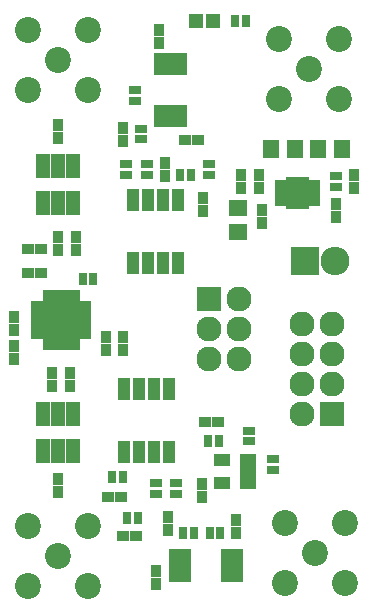
<source format=gts>
G04 #@! TF.FileFunction,Soldermask,Top*
%FSLAX46Y46*%
G04 Gerber Fmt 4.6, Leading zero omitted, Abs format (unit mm)*
G04 Created by KiCad (PCBNEW 4.0.2-stable) date Mon 07 Mar 2016 11:14:17 AM HST*
%MOMM*%
G01*
G04 APERTURE LIST*
%ADD10C,0.100000*%
%ADD11R,0.900000X1.000000*%
%ADD12R,1.000000X0.900000*%
%ADD13R,1.650000X1.400000*%
%ADD14R,1.400000X1.650000*%
%ADD15R,2.127200X2.127200*%
%ADD16O,2.127200X2.127200*%
%ADD17R,2.432000X2.432000*%
%ADD18O,2.432000X2.432000*%
%ADD19R,0.800000X1.000000*%
%ADD20R,1.000000X0.800000*%
%ADD21C,2.200000*%
%ADD22R,1.160000X2.050000*%
%ADD23R,1.250000X0.700000*%
%ADD24R,0.700000X1.250000*%
%ADD25R,1.700000X1.700000*%
%ADD26R,1.100000X0.650000*%
%ADD27R,1.230000X1.590000*%
%ADD28R,1.000000X1.950000*%
%ADD29R,1.850000X0.850000*%
%ADD30R,0.850000X1.850000*%
%ADD31R,1.460000X1.050000*%
%ADD32R,1.197560X1.197560*%
G04 APERTURE END LIST*
D10*
D11*
X83500000Y-104550000D03*
X83500000Y-103450000D03*
D12*
X80950000Y-114000000D03*
X82050000Y-114000000D03*
D11*
X79750000Y-119700000D03*
X79750000Y-120800000D03*
D12*
X80950000Y-116000000D03*
X82050000Y-116000000D03*
D11*
X79750000Y-123300000D03*
X79750000Y-122200000D03*
X85000000Y-114050000D03*
X85000000Y-112950000D03*
X84500000Y-124450000D03*
X84500000Y-125550000D03*
X83000000Y-124450000D03*
X83000000Y-125550000D03*
X87500000Y-122550000D03*
X87500000Y-121450000D03*
X89000000Y-122550000D03*
X89000000Y-121450000D03*
X100500000Y-107700000D03*
X100500000Y-108800000D03*
X83500000Y-133450000D03*
X83500000Y-134550000D03*
D13*
X98750000Y-112500000D03*
X98750000Y-110500000D03*
D11*
X99000000Y-107700000D03*
X99000000Y-108800000D03*
D14*
X101500000Y-105500000D03*
X103500000Y-105500000D03*
D11*
X100750000Y-111800000D03*
X100750000Y-110700000D03*
X107000000Y-111300000D03*
X107000000Y-110200000D03*
D14*
X105500000Y-105500000D03*
X107500000Y-105500000D03*
D11*
X108500000Y-108800000D03*
X108500000Y-107700000D03*
D15*
X96250000Y-118250000D03*
D16*
X98790000Y-118250000D03*
X96250000Y-120790000D03*
X98790000Y-120790000D03*
X96250000Y-123330000D03*
X98790000Y-123330000D03*
D17*
X104385000Y-114950000D03*
D18*
X106925000Y-114950000D03*
D19*
X86450000Y-116500000D03*
X85550000Y-116500000D03*
D20*
X107000000Y-107800000D03*
X107000000Y-108700000D03*
D21*
X83500000Y-98000000D03*
X80960000Y-95460000D03*
X86040000Y-95460000D03*
X86040000Y-100540000D03*
X80960000Y-100540000D03*
D22*
X83500000Y-106910000D03*
X84770000Y-106910000D03*
X84770000Y-110090000D03*
X83500000Y-110090000D03*
X82230000Y-110090000D03*
X82230000Y-106910000D03*
D23*
X81800000Y-118750000D03*
X81800000Y-119250000D03*
X81800000Y-119750000D03*
X81800000Y-120250000D03*
X81800000Y-120750000D03*
X81800000Y-121250000D03*
D24*
X82500000Y-121950000D03*
X83000000Y-121950000D03*
X83500000Y-121950000D03*
X84000000Y-121950000D03*
X84500000Y-121950000D03*
X85000000Y-121950000D03*
D23*
X85700000Y-121250000D03*
X85700000Y-120750000D03*
X85700000Y-120250000D03*
X85700000Y-119750000D03*
X85700000Y-119250000D03*
X85700000Y-118750000D03*
D24*
X85000000Y-118050000D03*
X84500000Y-118050000D03*
X84000000Y-118050000D03*
X83500000Y-118050000D03*
X83000000Y-118050000D03*
X82500000Y-118050000D03*
D25*
X84400000Y-120650000D03*
X84400000Y-119350000D03*
X83100000Y-120650000D03*
X83100000Y-119350000D03*
D22*
X83500000Y-131090000D03*
X82230000Y-131090000D03*
X82230000Y-127910000D03*
X83500000Y-127910000D03*
X84770000Y-127910000D03*
X84770000Y-131090000D03*
D21*
X83500000Y-140000000D03*
X86040000Y-142540000D03*
X80960000Y-142540000D03*
X80960000Y-137460000D03*
X86040000Y-137460000D03*
D26*
X102350000Y-108500000D03*
X102350000Y-109000000D03*
X102350000Y-109500000D03*
X102350000Y-110000000D03*
X105150000Y-110000000D03*
X105150000Y-109500000D03*
X105150000Y-109000000D03*
X105150000Y-108500000D03*
D27*
X104165000Y-109845000D03*
X104165000Y-108655000D03*
X103335000Y-109845000D03*
X103335000Y-108655000D03*
D12*
X88800000Y-135000000D03*
X87700000Y-135000000D03*
D11*
X95750000Y-109700000D03*
X95750000Y-110800000D03*
D12*
X88950000Y-138250000D03*
X90050000Y-138250000D03*
D11*
X92500000Y-106700000D03*
X92500000Y-107800000D03*
X92750000Y-136700000D03*
X92750000Y-137800000D03*
X91750000Y-142300000D03*
X91750000Y-141200000D03*
X89000000Y-104800000D03*
X89000000Y-103700000D03*
D12*
X95300000Y-104750000D03*
X94200000Y-104750000D03*
D11*
X98500000Y-136950000D03*
X98500000Y-138050000D03*
X92000000Y-95450000D03*
X92000000Y-96550000D03*
D19*
X88950000Y-133250000D03*
X88050000Y-133250000D03*
D20*
X96250000Y-107700000D03*
X96250000Y-106800000D03*
D19*
X90200000Y-136750000D03*
X89300000Y-136750000D03*
X93800000Y-107750000D03*
X94700000Y-107750000D03*
D20*
X93500000Y-134700000D03*
X93500000Y-133800000D03*
X89250000Y-106800000D03*
X89250000Y-107700000D03*
D19*
X94950000Y-138000000D03*
X94050000Y-138000000D03*
D20*
X90500000Y-104700000D03*
X90500000Y-103800000D03*
D19*
X97200000Y-138000000D03*
X96300000Y-138000000D03*
D20*
X90000000Y-100550000D03*
X90000000Y-101450000D03*
X91750000Y-133800000D03*
X91750000Y-134700000D03*
X91000000Y-107700000D03*
X91000000Y-106800000D03*
D28*
X92905000Y-125800000D03*
X91635000Y-125800000D03*
X90365000Y-125800000D03*
X89095000Y-125800000D03*
X89095000Y-131200000D03*
X90365000Y-131200000D03*
X91635000Y-131200000D03*
X92905000Y-131200000D03*
X89845000Y-115200000D03*
X91115000Y-115200000D03*
X92385000Y-115200000D03*
X93655000Y-115200000D03*
X93655000Y-109800000D03*
X92385000Y-109800000D03*
X91115000Y-109800000D03*
X89845000Y-109800000D03*
D29*
X93800000Y-139775000D03*
X93800000Y-140425000D03*
X93800000Y-141075000D03*
X93800000Y-141725000D03*
X98200000Y-141725000D03*
X98200000Y-141075000D03*
X98200000Y-140425000D03*
X98200000Y-139775000D03*
D30*
X92025000Y-102700000D03*
X92675000Y-102700000D03*
X93325000Y-102700000D03*
X93975000Y-102700000D03*
X93975000Y-98300000D03*
X93325000Y-98300000D03*
X92675000Y-98300000D03*
X92025000Y-98300000D03*
D21*
X105250000Y-139750000D03*
X107790000Y-142290000D03*
X102710000Y-142290000D03*
X102710000Y-137210000D03*
X107790000Y-137210000D03*
X104750000Y-98750000D03*
X107290000Y-96210000D03*
X107290000Y-101290000D03*
X102210000Y-101290000D03*
X102210000Y-96210000D03*
D12*
X95885000Y-128600000D03*
X96985000Y-128600000D03*
D11*
X95635000Y-134950000D03*
X95635000Y-133850000D03*
X83500000Y-114050000D03*
X83500000Y-112950000D03*
D19*
X96185000Y-130200000D03*
X97085000Y-130200000D03*
D20*
X101635000Y-131750000D03*
X101635000Y-132650000D03*
X99635000Y-129350000D03*
X99635000Y-130250000D03*
D15*
X106635000Y-127950000D03*
D16*
X104095000Y-127950000D03*
X106635000Y-125410000D03*
X104095000Y-125410000D03*
X106635000Y-122870000D03*
X104095000Y-122870000D03*
X106635000Y-120330000D03*
X104095000Y-120330000D03*
D31*
X99535000Y-133750000D03*
X99535000Y-132800000D03*
X99535000Y-131850000D03*
X97335000Y-131850000D03*
X97335000Y-133750000D03*
D32*
X95135700Y-94700000D03*
X96634300Y-94700000D03*
D19*
X99385000Y-94700000D03*
X98485000Y-94700000D03*
M02*

</source>
